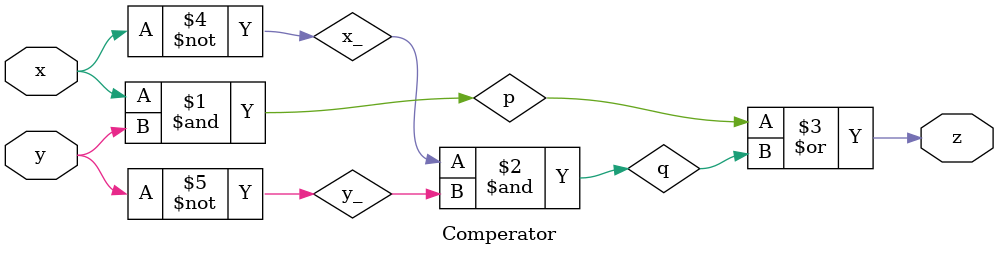
<source format=v>
module Comperator (
    input x,
    input y,
     output z
   
);
wire x_,y_,p,q;
not(x_,x);
not(y_,y);
and(p,x,y);
and(q,x_,y_);
or(z,p,q); 
    
endmodule
</source>
